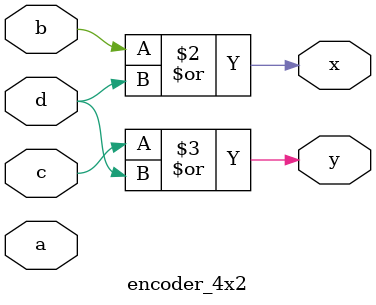
<source format=v>

`timescale 10ns/10ps


module encoder_4x2 ( a ,b ,c ,d ,x ,y );


input a ;
input b ;
input c ;
input d ;

output x ;
output y ;

reg x,y;

always @ (*)

begin

 x = b | d;
 y = c | d;

end

endmodule

</source>
